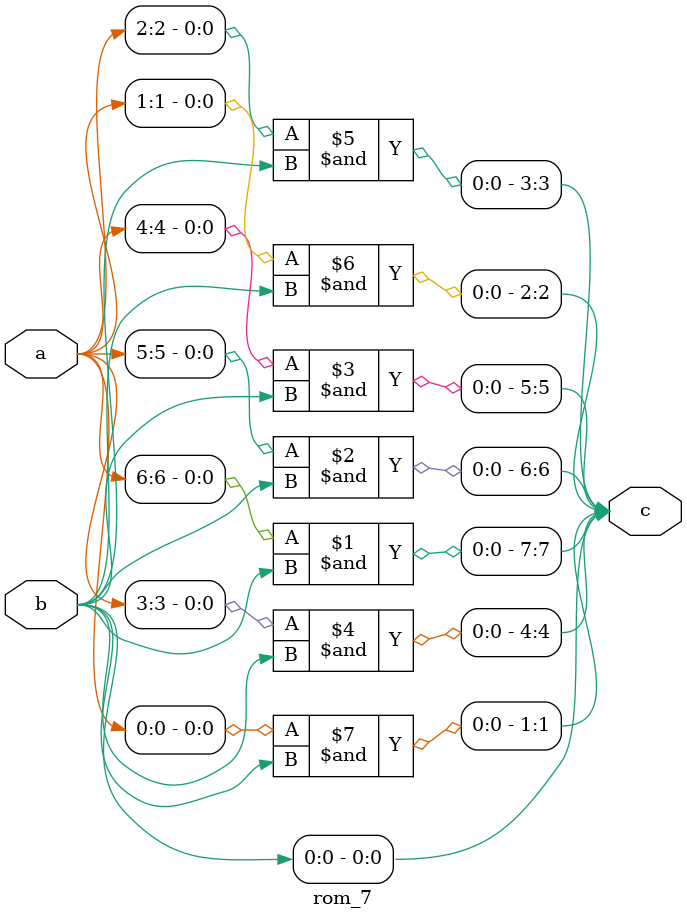
<source format=v>
module rom_7(                                           //만약 데이터와 찾는 데이터 같다는 신호가 입력 될시
             a,                                         //주소를 Right shift 한칸 하고 1bit에 1을 출력해 memory_addrss에 입력시키는 rom
             b,
             c
);
    
parameter               
                        D=8                          // D : Data width                  
;      

input wire [D-1:0] a
;
input wire b
;                  
output wire [D-1:0]c
;
assign c[7]= a[6] & b;
assign c[6]= a[5] & b;
assign c[5]= a[4] & b;
assign c[4]= a[3] & b;
assign c[3]= a[2] & b;
assign c[2]= a[1] & b;
assign c[1]= a[0] & b;
assign c[0]= b;
endmodule

</source>
